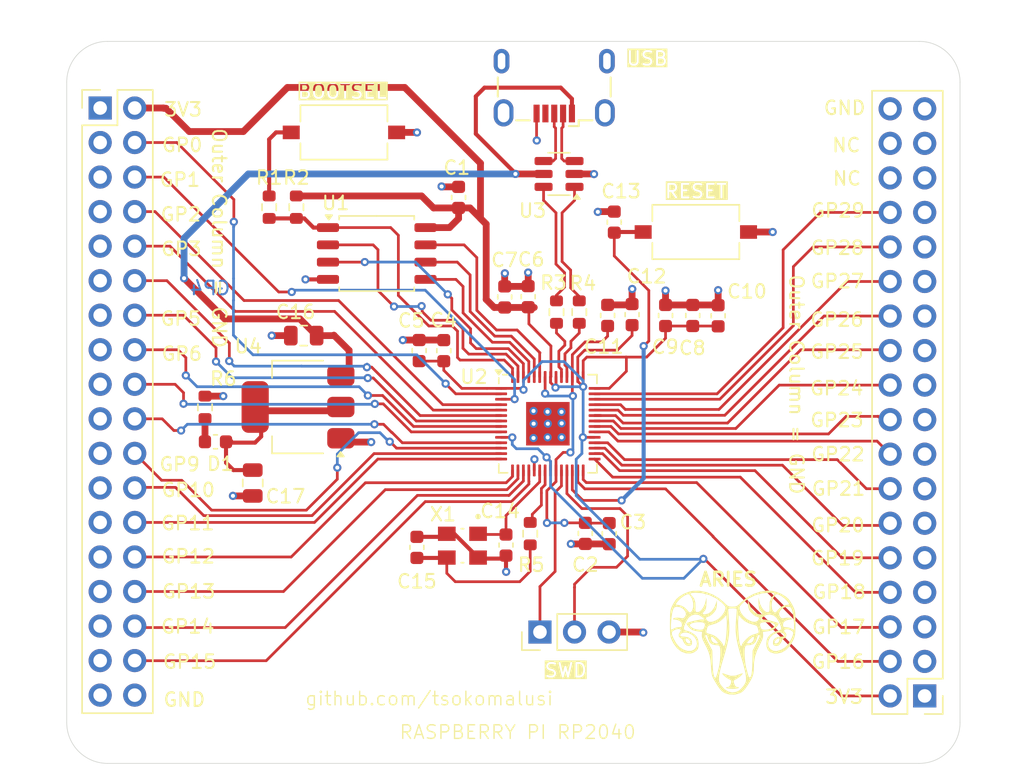
<source format=kicad_pcb>
(kicad_pcb (version 20241229) (generator "pcbnew") (generator_version "9.0")
  (layers (0 "F.Cu" signal) (4 "In1.Cu" power) (6 "In2.Cu" power) (2 "B.Cu" signal) (13 "F.Paste" user) (15 "B.Paste" user) (5 "F.SilkS" user "F.Silkscreen") (7 "B.SilkS" user "B.Silkscreen") (1 "F.Mask" user) (3 "B.Mask" user) (25 "Edge.Cuts" user))
  (net 0 "")
  (net 1 "GND")
  (net 2 "+3V3")
  (net 3 "+1V1")
  (net 4 "Net-(SW2-B)")
  (net 5 "XIN")
  (net 6 "Net-(C15-Pad2)")
  (net 7 "VBUS")
  (net 8 "Net-(D1-A)")
  (net 9 "Net-(D1-K)")
  (net 10 "GPIO8")
  (net 11 "GPIO7")
  (net 12 "GPIO2")
  (net 13 "GPIO6")
  (net 14 "GPIO9")
  (net 15 "GPIO15")
  (net 16 "GPIO5")
  (net 17 "GPIO4")
  (net 18 "GPIO0")
  (net 19 "GPIO12")
  (net 20 "GPIO10")
  (net 21 "GPIO11")
  (net 22 "GPIO14")
  (net 23 "GPIO13")
  (net 24 "GPIO1")
  (net 25 "GPIO3")
  (net 27 "GPIO23")
  (net 28 "GPIO18")
  (net 29 "GPIO28_ADC2")
  (net 30 "GPIO24")
  (net 31 "GPIO17")
  (net 32 "GPIO21")
  (net 33 "GPIO19")
  (net 34 "GPIO22")
  (net 35 "GPIO29_ADC3")
  (net 36 "GPIO16")
  (net 38 "GPIO25")
  (net 39 "GPIO27_ADC1")
  (net 40 "GPIO26_ADC0")
  (net 41 "GPIO20")
  (net 42 "SWD")
  (net 43 "SWCLK")
  (net 45 "USB_CONN_D-")
  (net 46 "USB_CONN_D+")
  (net 47 "Net-(SW1-B)")
  (net 48 "QSPI_SS")
  (net 49 "/USB_D-")
  (net 50 "/U_D+")
  (net 51 "/USB_D+")
  (net 52 "/U_D-")
  (net 53 "XOUT")
  (net 54 "QSPI_SCLK")
  (net 55 "QSPI_SD0")
  (net 56 "QSPI_SD2")
  (net 57 "QSPI_SD1")
  (net 58 "QSPI_SD3")
  (footprint "Capacitor_SMD:C_0603_1608Metric" (layer "F.Cu") (at 159.24 54.06 90)
    (property "Reference" "C9")
    (property "Value" "100n")
  )
  (footprint "Capacitor_SMD:C_0603_1608Metric" (layer "F.Cu") (at 155.1 70.105 -90)
    (property "Reference" "C3")
    (property "Value" "100n")
  )
  (footprint "Connector_PinHeader_2.54mm:PinHeader_2x18_P2.54mm_Vertical" (layer "F.Cu") (at 117.66 38.8)
    (property "Reference" "J1" (hide yes))
    (property "Value" "Conn_02x18_Odd_Even")
  )
  (footprint "Capacitor_SMD:C_0603_1608Metric" (layer "F.Cu") (at 126.14 63.35)
    (property "Reference" "D1")
    (property "Value" "GREEN")
  )
  (footprint "Capacitor_SMD:C_0603_1608Metric" (layer "F.Cu") (at 149.14 52.675 90)
    (property "Reference" "C6")
    (property "Value" "100n")
  )
  (footprint "Connector_PinHeader_2.54mm:PinHeader_1x03_P2.54mm_Vertical" (layer "F.Cu") (at 150.005 77.34 90)
    (property "Reference" "SWD")
    (property "Value" "Conn_01x03")
  )
  (footprint "Crystal:XTAL_ABM8-272-T3" (layer "F.Cu") (at 144.3025 70.99 -90)
    (property "Reference" "X1")
    (property "Value" "12MHz")
  )
  (footprint "Button_Switch_SMD:SW_Tactile_SPST_NO_Straight_CK_PTS636Sx25SMTRLFS" (layer "F.Cu") (at 135.5875 40.595 180)
    (property "Reference" "BOOTSEL")
    (property "Value" "BOOTSEL")
  )
  (footprint "Capacitor_SMD:C_0603_1608Metric" (layer "F.Cu") (at 155.47 47.195 -90)
    (property "Reference" "C13")
    (property "Value" "100n")
  )
  (footprint "Capacitor_SMD:C_0805_2012Metric" (layer "F.Cu") (at 128.88 66.38 -90)
    (property "Reference" "C17")
    (property "Value" "10u")
  )
  (footprint "Resistor_SMD:R_0603_1608Metric" (layer "F.Cu") (at 132.0875 46.095 -90)
    (property "Reference" "R2")
    (property "Value" "DNF")
  )
  (footprint "Resistor_SMD:R_0603_1608Metric" (layer "F.Cu") (at 130.0875 46.095 -90)
    (property "Reference" "R1")
    (property "Value" "1K")
  )
  (footprint "Capacitor_SMD:C_0603_1608Metric" (layer "F.Cu") (at 140.9525 71.115 -90)
    (property "Reference" "C15")
    (property "Value" "10p")
  )
  (footprint "KiCad_Footprint_logos:logo2" (layer "F.Cu") (at 164.510562 78.150752)
    (property "Reference" "G***" (hide yes))
    (property "Value" "LOGO" (hide yes))
  )
  (footprint "Capacitor_SMD:C_0603_1608Metric" (layer "F.Cu") (at 161.24 54.06 90)
    (property "Reference" "C8")
    (property "Value" "100n")
  )
  (footprint "Button_Switch_SMD:SW_Tactile_SPST_NO_Straight_CK_PTS636Sx25SMTRLFS" (layer "F.Cu") (at 161.47 47.92 180)
    (property "Reference" "RESET")
    (property "Value" "RESET")
  )
  (footprint "Resistor_SMD:R_0603_1608Metric" (layer "F.Cu") (at 125.37 60.815 90)
    (property "Reference" "R6")
    (property "Value" "1K5")
  )
  (footprint "MountingHole:MountingHole_2.1mm" (layer "F.Cu") (at 167 37)
    (property "Reference" "H2" (hide yes))
    (property "Value" "MountingHole")
  )
  (footprint "Capacitor_SMD:C_0603_1608Metric" (layer "F.Cu") (at 142.93 56.645 90)
    (property "Reference" "C4")
    (property "Value" "100n")
  )
  (footprint "Capacitor_SMD:C_0603_1608Metric" (layer "F.Cu") (at 153.34 70.085 -90)
    (property "Reference" "C2")
    (property "Value" "100n")
  )
  (footprint "Capacitor_SMD:C_0603_1608Metric" (layer "F.Cu") (at 144.02 45.375 90)
    (property "Reference" "C1")
    (property "Value" "100n")
  )
  (footprint "Connector_PinHeader_2.54mm:PinHeader_2x18_P2.54mm_Vertical" (layer "F.Cu") (at 178.3 82.04 180)
    (property "Reference" "J2" (hide yes))
    (property "Value" "Conn_02x18_Odd_Even")
  )
  (footprint "Package_SO:SOIC-8_5.3x5.3mm_P1.27mm" (layer "F.Cu") (at 138 49.5)
    (property "Reference" "U1")
    (property "Value" "W25Q128JVS")
  )
  (footprint "Capacitor_SMD:C_0603_1608Metric" (layer "F.Cu") (at 141.12 56.64 90)
    (property "Reference" "C5")
    (property "Value" "100n")
  )
  (footprint "Capacitor_SMD:C_0603_1608Metric" (layer "F.Cu") (at 147.5075 70.945 90)
    (property "Reference" "C14")
    (property "Value" "10p")
  )
  (footprint "Package_TO_SOT_SMD:SOT-23-6" (layer "F.Cu") (at 151.4075 43.65 180)
    (property "Reference" "U3")
    (property "Value" "USBLC6-2SC6")
  )
  (footprint "Capacitor_SMD:C_0603_1608Metric" (layer "F.Cu") (at 154.98 54.055 90)
    (property "Reference" "C11")
    (property "Value" "1u")
  )
  (footprint "Capacitor_SMD:C_0805_2012Metric" (layer "F.Cu") (at 132.63 55.54 180)
    (property "Reference" "C16")
    (property "Value" "10u")
  )
  (footprint "MountingHole:MountingHole_2.1mm" (layer "F.Cu") (at 127.6 37)
    (property "Reference" "H1" (hide yes))
    (property "Value" "MountingHole")
  )
  (footprint "MountingHole:MountingHole_2.1mm" (layer "F.Cu") (at 127.6 83.9)
    (property "Reference" "H4" (hide yes))
    (property "Value" "MountingHole")
  )
  (footprint "Capacitor_SMD:C_0603_1608Metric" (layer "F.Cu") (at 163.11 54.08 90)
    (property "Reference" "C10")
    (property "Value" "100n")
  )
  (footprint "Resistor_SMD:R_0603_1608Metric" (layer "F.Cu") (at 152.895 53.81 -90)
    (property "Reference" "R4")
    (property "Value" "27R")
  )
  (footprint "Resistor_SMD:R_0603_1608Metric" (layer "F.Cu") (at 149.2875 70.105 90)
    (property "Reference" "R5")
    (property "Value" "1K")
  )
  (footprint "Capacitor_SMD:C_0603_1608Metric" (layer "F.Cu") (at 147.41 52.695 90)
    (property "Reference" "C7")
    (property "Value" "100n")
  )
  (footprint "Connector_USB:USB_Micro-B_Wuerth_629105150521" (layer "F.Cu") (at 151.055 37.305 180)
    (property "Reference" "USB")
    (property "Value" "USB_B_Micro")
  )
  (footprint "Package_DFN_QFN:QFN-56-1EP_7x7mm_P0.4mm_EP3.2x3.2mm" (layer "F.Cu") (at 150.585 62.02)
    (property "Reference" "U2")
    (property "Value" "RP2040")
  )
  (footprint "Resistor_SMD:R_0603_1608Metric" (layer "F.Cu") (at 151.22 53.81 -90)
    (property "Reference" "R3")
    (property "Value" "27R")
  )
  (footprint "Package_TO_SOT_SMD:SOT-223-3_TabPin2" (layer "F.Cu") (at 132.21 60.79 180)
    (property "Reference" "U4")
    (property "Value" "AMS1117-3.3")
  )
  (footprint "MountingHole:MountingHole_2.1mm" (layer "F.Cu") (at 167 83.9)
    (property "Reference" "H3" (hide yes))
    (property "Value" "MountingHole")
  )
  (footprint "Capacitor_SMD:C_0603_1608Metric" (layer "F.Cu") (at 156.78 53.995 90)
    (property "Reference" "C12")
    (property "Value" "1u")
  )
  (gr_arc (start 118.2 87) (mid 116.07868 86.12132) (end 115.2 84) (stroke (width 0.05)) (layer "Edge.Cuts"))
  (gr_arc (start 177.9 33.9) (mid 180.02132 34.77868) (end 180.9 36.9) (stroke (width 0.05)) (layer "Edge.Cuts"))
  (gr_line (start 180.9 36.9) (end 180.9 84) (stroke (width 0.05)) (layer "Edge.Cuts"))
  (gr_arc (start 115.2 36.9) (mid 116.07868 34.77868) (end 118.2 33.9) (stroke (width 0.05)) (layer "Edge.Cuts"))
  (gr_line (start 118.2 33.9) (end 177.9 33.9) (stroke (width 0.05)) (layer "Edge.Cuts"))
  (gr_line (start 177.9 87) (end 118.2 87) (stroke (width 0.05)) (layer "Edge.Cuts"))
  (gr_line (start 115.2 84) (end 115.2 36.9) (stroke (width 0.05)) (layer "Edge.Cuts"))
  (gr_arc (start 180.9 84) (mid 180.02132 86.12132) (end 177.9 87) (stroke (width 0.05)) (layer "Edge.Cuts"))
  (gr_text "GP4" (at 127.32 52.63 0) (layer "B.Cu") (effects (font (size 1 1)) (justify left bottom mirror)))
  (gr_text "3V3" (at 122.28 39.49 0) (layer "F.SilkS") (effects (font (size 1 1)) (justify left bottom)))
  (gr_text "GP20" (at 169.87 70.07 0) (layer "F.SilkS") (effects (font (size 1 1)) (justify left bottom)))
  (gr_text "3V3" (at 170.9 82.69 0) (layer "F.SilkS") (effects (font (size 1 1)) (justify left bottom)))
  (gr_text "GP23" (at 169.8 62.34 0) (layer "F.SilkS") (effects (font (size 1 1)) (justify left bottom)))
  (gr_text "GP25" (at 169.8 57.31 0) (layer "F.SilkS") (effects (font (size 1 1)) (justify left bottom)))
  (gr_text "GP10" (at 122.09 67.48 0) (layer "F.SilkS") (effects (font (size 1 1)) (justify left bottom)))
  (gr_text "ARIES" (at 161.62 74.05 0) (layer "F.SilkS") (effects (font (size 1 1) (thickness 0.2) (bold yes)) (justify left bottom)))
  (gr_text "GP22" (at 169.87 64.85 0) (layer "F.SilkS") (effects (font (size 1 1)) (justify left bottom)))
  (gr_text "GP1" (at 121.95 44.66 0) (layer "F.SilkS") (effects (font (size 1 1)) (justify left bottom)))
  (gr_text "Outer Column = GND" (at 168.28 50.97 270) (layer "F.SilkS") (effects (font (size 1 1)) (justify left bottom)))
  (gr_text "GP15" (at 122.19 80.11 0) (layer "F.SilkS") (effects (font (size 1 1)) (justify left bottom)))
  (gr_text "GP0" (at 122.12 42.11 0) (layer "F.SilkS") (effects (font (size 1 1)) (justify left bottom)))
  (gr_text "GP29" (at 169.87 46.92 0) (layer "F.SilkS") (effects (font (size 1 1)) (justify left bottom)))
  (gr_text "GP21" (at 169.91 67.38 0) (layer "F.SilkS") (effects (font (size 1 1)) (justify left bottom)))
  (gr_text "GP12" (at 122.09 72.36 0) (layer "F.SilkS") (effects (font (size 1 1)) (justify left bottom)))
  (gr_text "GP24" (at 169.78 60 0) (layer "F.SilkS") (effects (font (size 1 1)) (justify left bottom)))
  (gr_text "GND" (at 122.23 82.9 0) (layer "F.SilkS") (effects (font (size 1 1)) (justify left bottom)))
  (gr_text "GP28" (at 169.83 49.67 0) (layer "F.SilkS") (effects (font (size 1 1)) (justify left bottom)))
  (gr_text "NC" (at 171.41 42.12 0) (layer "F.SilkS") (effects (font (size 1 1)) (justify left bottom)))
  (gr_text "GP17" (at 169.92 77.56 0) (layer "F.SilkS") (effects (font (size 1 1)) (justify left bottom)))
  (gr_text "GP27" (at 169.83 52.12 0) (layer "F.SilkS") (effects (font (size 1 1)) (justify left bottom)))
  (gr_text "GND" (at 170.79 39.38 0) (layer "F.SilkS") (effects (font (size 1 1)) (justify left bottom)))
  (gr_text "GP5" (at 122.02 54.88 0) (layer "F.SilkS") (effects (font (size 1 1)) (justify left bottom)))
  (gr_text "RASPBERRY PI RP2040" (at 139.61 85.29 0) (layer "F.SilkS") (effects (font (size 1 1) (thickness 0.1)) (justify left bottom)))
  (gr_text "github.com/tsokomalusi" (at 132.68 82.82 0) (layer "F.SilkS") (effects (font (size 1 1) (thickness 0.1)) (justify left bottom)))
  (gr_text "GP3" (at 122.05 49.75 0) (layer "F.SilkS") (effects (font (size 1 1)) (justify left bottom)))
  (gr_text "GP14" (at 122.05 77.52 0) (layer "F.SilkS") (effects (font (size 1 1)) (justify left bottom)))
  (gr_text "Outer Column = GND" (at 125.82 40.2 270) (layer "F.SilkS") (effects (font (size 1 1)) (justify left bottom)))
  (gr_text "GP11" (at 122.05 69.92 0) (layer "F.SilkS") (effects (font (size 1 1)) (justify left bottom)))
  (gr_text "GP6" (at 122.09 57.46 0) (layer "F.SilkS") (effects (font (size 1 1)) (justify left bottom)))
  (gr_text "GP26" (at 169.8 54.95 0) (layer "F.SilkS") (effects (font (size 1 1)) (justify left bottom)))
  (gr_text "GP19" (at 169.85 72.5 0) (layer "F.SilkS") (effects (font (size 1 1)) (justify left bottom)))
  (gr_text "GP9" (at 121.93 65.59 0) (layer "F.SilkS") (effects (font (size 1 1)) (justify left bottom)))
  (gr_text "GP18" (at 169.96 74.98 0) (layer "F.SilkS") (effects (font (size 1 1)) (justify left bottom)))
  (gr_text "GP13" (at 122.12 74.94 0) (layer "F.SilkS") (effects (font (size 1 1)) (justify left bottom)))
  (gr_text "GP16" (at 169.89 80.11 0) (layer "F.SilkS") (effects (font (size 1 1)) (justify left bottom)))
  (gr_text "GP2" (at 122.02 47.21 0) (layer "F.SilkS") (effects (font (size 1 1)) (justify left bottom)))
  (gr_text "NC" (at 171.46 44.57 0) (layer "F.SilkS") (effects (font (size 1 1)) (justify left bottom)))
  (segment (start 155.085 77.34) (end 155.085 76.885) (width 0.5) (layer "F.Cu") (net 1))
  (segment (start 149.59 64.74) (end 149.59 64.6425) (width 0.2) (layer "F.Cu") (net 1))
  (segment (start 139.925 55.865) (end 139.92 55.87) (width 0.2) (layer "F.Cu") (net 1))
  (segment (start 127.425 67.325) (end 127.42 67.32) (width 0.5) (layer "F.Cu") (net 1))
  (segment (start 142.925 55.865) (end 142.93 55.87) (width 0.2) (layer "F.Cu") (net 1))
  (segment (start 153.34 70.86) (end 155.08 70.86) (width 0.5) (layer "F.Cu") (net 1))
  (segment (start 131.68 55.54) (end 130.28 55.54) (width 0.5) (layer "F.Cu") (net 1))
  (segment (start 135.8 63.37) (end 137.59 63.37) (width 0.5) (layer "F.Cu") (net 1))
  (segment (start 155.47 46.42) (end 154.28 46.42) (width 0.5) (layer "F.Cu") (net 1))
  (segment (start 145.9275 71.94) (end 147.5525 71.94) (width 0.3) (layer "F.Cu") (net 1))
  (segment (start 159.175 53.22) (end 159.24 53.285) (width 0.2) (layer "F.Cu") (net 1))
  (segment (start 149.755 41.175) (end 149.77 41.19) (width 0.2) (layer "F.Cu") (net 1))
  (segment (start 142.8 44.6) (end 142.77 44.57) (width 0.5) (layer "F.Cu") (net 1))
  (segment (start 149.14 50.905) (end 149.135 50.9) (width 0.5) (layer "F.Cu") (net 1))
  (segment (start 156.78 53.22) (end 156.78 52.12) (width 0.5) (layer "F.Cu") (net 1))
  (segment (start 165.345 47.92) (end 167.12 47.92) (width 0.5) (layer "F.Cu") (net 1))
  (segment (start 147.5075 71.72) (end 147.5075 72.9) (width 0.3) (layer "F.Cu") (net 1))
  (segment (start 147.5075 72.9) (end 147.5175 72.91) (width 0.3) (layer "F.Cu") (net 1))
  (segment (start 159.24 53.285) (end 159.24 52.23) (width 0.5) (layer "F.Cu") (net 1))
  (segment (start 156.78 52.12) (end 156.79 52.11) (width 0.2) (layer "F.Cu") (net 1))
  (segment (start 143.7025 70.115) (end 145.4525 71.865) (width 0.3) (layer "F.Cu") (net 1))
  (segment (start 157.56 77.34) (end 157.6 77.38) (width 0.5) (layer "F.Cu") (net 1))
  (segment (start 163.09 53.285) (end 163.11 53.305) (width 0.2) (layer "F.Cu") (net 1))
  (segment (start 134.4125 51.405) (end 132.76 51.405) (width 0.3) (layer "F.Cu") (net 1))
  (segment (start 163.11 53.305) (end 163.11 52.2) (width 0.5) (layer "F.Cu") (net 1))
  (segment (start 127.43 67.33) (end 127.425 67.325) (width 0.5) (layer "F.Cu") (net 1))
  (segment (start 149.14 51.9) (end 149.14 50.905) (width 0.5) (layer "F.Cu") (net 1))
  (segment (start 141.12 55.865) (end 142.925 55.865) (width 0.5) (layer "F.Cu") (net 1))
  (segment (start 140.955 40.595) (end 140.96 40.6) (width 0.5) (layer "F.Cu") (net 1))
  (segment (start 128.88 67.33) (end 127.43 67.33) (width 0.5) (layer "F.Cu") (net 1))
  (segment (start 125.37 59.99) (end 126.71 59.99) (width 0.5) (layer "F.Cu") (net 1))
  (segment (start 147.2825 71.945) (end 147.5075 71.72) (width 0.3) (layer "F.Cu") (net 1))
  (segment (start 155.085 76.885) (end 155.47 77.27) (width 0.5) (layer "F.Cu") (net 1))
  (segment (start 147.41 50.975) (end 147.425 50.96) (width 0.5) (layer "F.Cu") (net 1))
  (segment (start 149.12 51.92) (end 149.14 51.9) (width 0.5) (layer "F.Cu") (net 1))
  (segment (start 149.59 64.6425) (end 149.597315 64.635185) (width 0.2) (layer "F.Cu") (net 1))
  (segment (start 149.755 39.205) (end 149.755 41.175) (width 0.2) (layer "F.Cu") (net 1))
  (segment (start 155.08 70.86) (end 155.1 70.88) (width 0.5) (layer "F.Cu") (net 1))
  (segment (start 153.34 70.86) (end 152.28 70.86) (width 0.5) (layer "F.Cu") (net 1))
  (segment (start 139.4625 40.595) (end 140.955 40.595) (width 0.5) (layer "F.Cu") (net 1))
  (segment (start 142.9275 70.34) (end 143.1525 70.115) (width 0.3) (layer "F.Cu") (net 1))
  (segment (start 147.41 51.92) (end 149.12 51.92) (width 0.5) (layer "F.Cu") (net 1))
  (segment (start 132.735 51.405) (end 132.72 51.42) (width 0.3) (layer "F.Cu") (net 1))
  (segment (start 163.11 52.2) (end 163.11 52.16) (width 0.2) (layer "F.Cu") (net 1))
  (segment (start 147.41 51.92) (end 147.41 50.975) (width 0.5) (layer "F.Cu") (net 1))
  (segment (start 132.76 51.405) (end 132.735 51.405) (width 0.3) (layer "F.Cu") (net 1))
  (segment (start 153.97 43.65) (end 153.98 43.66) (width 0.3) (layer "F.Cu") (net 1))
  (segment (start 159.24 53.285) (end 163.09 53.285) (width 0.5) (layer "F.Cu") (net 1))
  (segment (start 149.585 65.4575) (end 149.585 64.745) (width 0.2) (layer "F.Cu") (net 1))
  (segment (start 155.085 77.34) (end 157.56 77.34) (width 0.5) (layer "F.Cu") (net 1))
  (segment (start 156.72 53.28) (end 156.78 53.22) (width 0.2) (layer "F.Cu") (net 1))
  (segment (start 149.585 64.745) (end 149.59 64.74) (width 0.2) (layer "F.Cu") (net 1))
  (segment (start 152.675 43.65) (end 153.97 43.65) (width 0.5) (layer "F.Cu") (net 1))
  (segment (start 159.24 52.23) (end 159.23 52.22) (width 0.2) (layer "F.Cu") (net 1))
  (segment (start 144.02 44.6) (end 142.8 44.6) (width 0.5) (layer "F.Cu") (net 1))
  (segment (start 140.9525 70.34) (end 142.9275 70.34) (width 0.3) (layer "F.Cu") (net 1))
  (segment (start 143.1525 70.115) (end 143.7025 70.115) (width 0.3) (layer "F.Cu") (net 1))
  (segment (start 154.98 53.28) (end 156.72 53.28) (width 0.5) (layer "F.Cu") (net 1))
  (segment (start 154.28 46.42) (end 154.26 46.44) (width 0.5) (layer "F.Cu") (net 1))
  (segment (start 141.12 55.865) (end 139.925 55.865) (width 0.5) (layer "F.Cu") (net 1))
  (via (at 149.53 61.08) (size 0.6) (drill 0.3) (layers "F.Cu" "B.Cu") (net 1))
  (via (at 127.425 67.325) (size 0.6) (drill 0.3) (layers "F.Cu" "B.Cu") (net 1))
  (via (at 149.54 62.02) (size 0.6) (drill 0.3) (layers "F.Cu" "B.Cu") (net 1))
  (via (at 132.76 51.405) (size 0.6) (drill 0.3) (layers "F.Cu" "B.Cu") (net 1))
  (via (at 137.59 63.37) (size 0.6) (drill 0.3) (layers "F.Cu" "B.Cu") (net 1))
  (via (at 159.24 52.23) (size 0.6) (drill 0.3) (layers "F.Cu" "B.Cu") (net 1))
  (via (at 156.79 52.11) (size 0.6) (drill 0.3) (layers "F.Cu" "B.Cu") (net 1))
  (via (at 163.11 52.2) (size 0.6) (drill 0.3) (layers "F.Cu" "B.Cu") (net 1))
  (via (at 150.585 62.02) (size 0.6) (drill 0.3) (layers "F.Cu" "B.Cu") (net 1))
  (via (at 151.6 61.99) (size 0.6) (drill 0.3) (layers "F.Cu" "B.Cu") (net 1))
  (via (at 149.597315 64.635185) (size 0.6) (drill 0.3) (layers "F.Cu" "B.Cu") (net 1))
  (via (at 150.57 63.02) (size 0.6) (drill 0.3) (layers "F.Cu" "B.Cu") (net 1))
  (via (at 142.77 44.57) (size 0.6) (drill 0.3) (layers "F.Cu" "B.Cu") (net 1))
  (via (at 154.26 46.44) (size 0.6) (drill 0.3) (layers "F.Cu" "B.Cu") (net 1))
  (via (at 140.96 40.6) (size 0.6) (drill 0.3) (layers "F.Cu" "B.Cu") (net 1))
  (via (at 151.59 61.15) (size 0.6) (drill 0.3) (layers "F.Cu" "B.Cu") (net 1))
  (via (at 153.98 43.66) (size 0.6) (drill 0.3) (layers "F.Cu" "B.Cu") (net 1))
  (via (at 152.28 70.86) (size 0.6) (drill 0.3) (layers "F.Cu" "B.Cu") (net 1))
  (via (at 130.28 55.54) (size 0.6) (drill 0.3) (layers "F.Cu" "B.Cu") (net 1))
  (via (at 149.135 50.9) (size 0.6) (drill 0.3) (layers "F.Cu" "B.Cu") (net 1))
  (via (at 167.12 47.92) (size 0.6) (drill 0.3) (layers "F.Cu" "B.Cu") (net 1))
  (via (at 157.6 77.38) (size 0.6) (drill 0.3) (layers "F.Cu" "B.Cu") (net 1))
  (via (at 139.92 55.87) (size 0.6) (drill 0.3) (layers "F.Cu" "B.Cu") (net 1))
  (via (at 147.425 50.96) (size 0.6) (drill 0.3) (layers "F.Cu" "B.Cu") (net 1))
  (via (at 150.56 61.14) (size 0.6) (drill 0.3) (layers "F.Cu" "B.Cu") (net 1))
  (via (at 151.6 63.02) (size 0.6) (drill 0.3) (layers "F.Cu" "B.Cu") (net 1))
  (via (at 149.77 41.19) (size 0.6) (drill 0.3) (layers "F.Cu" "B.Cu") (net 1))
  (via (at 126.71 59.99) (size 0.6) (drill 0.3) (layers "F.Cu" "B.Cu") (net 1))
  (via (at 149.53 63.07) (size 0.6) (drill 0.3) (layers "F.Cu" "B.Cu") (net 1))
  (via (at 147.5175 72.91) (size 0.6) (drill 0.3) (layers "F.Cu" "B.Cu") (net 1))
  (segment (start 153.185 58.5825) (end 153.185 59.295) (width 0.2) (layer "F.Cu") (net 2))
  (segment (start 131.43 37.29) (end 140.06 37.29) (width 0.5) (layer "F.Cu") (net 2))
  (segment (start 153.29 56.61) (end 155.7 56.61) (width 0.2) (layer "F.Cu") (net 2))
  (segment (start 144.26 59.42) (end 146.11 59.42) (width 0.2) (layer "F.Cu") (net 2))
  (segment (start 159.24 55.73) (end 159.24 54.835) (width 0.2) (layer "F.Cu") (net 2))
  (segment (start 152.785 58.5825) (end 152.785 58.905) (width 0.2) (layer "F.Cu") (net 2))
  (segment (start 147.1475 63.02) (end 147.89 63.02) (width 0.2) (layer "F.Cu") (net 2))
  (segment (start 152.785 58.905) (end 153.18 59.3) (width 0.2) (layer "F.Cu") (net 2))
  (segment (start 120.2 38.8) (end 122.31 38.8) (width 0.5) (layer "F.Cu") (net 2))
  (segment (start 146.05 47.34) (end 146.05 52.88) (width 0.5) (layer "F.Cu") (net 2))
  (segment (start 155.1 59.42) (end 156.36 58.16) (width 0.2) (layer "F.Cu") (net 2))
  (segment (start 150.81 56.3) (end 149.19 54.68) (width 0.2) (layer "F.Cu") (net 2))
  (segment (start 142.18 46.15) (end 144.02 46.15) (width 0.5) (layer "F.Cu") (net 2))
  (segment (start 151.149509 59.360491) (end 151.14629 59.360491) (width 0.2) (layer "F.Cu") (net 2))
  (segment (start 149.585 53.47) (end 148.91 53.47) (width 0.5) (layer "F.Cu") (net 2))
  (segment (start 148.794923 59.52) (end 148.693923 59.419) (width 0.2) (layer "F.Cu") (net 2))
  (segment (start 150.785 65.4575) (end 150.785 64.785) (width 0.2) (layer "F.Cu") (net 2))
  (segment (start 150.785 64.785) (end 150.49 64.49) (width 0.2) (layer "F.Cu") (net 2))
  (segment (start 156.78 55.53) (end 156.78 54.77) (width 0.2) (layer "F.Cu") (net 2))
  (segment (start 142.93 58.09) (end 144.26 59.42) (width 0.2) (layer "F.Cu") (net 2))
  (segment (start 122.33 38.82) (end 122.5 38.82) (width 0.5) (layer "F.Cu") (net 2))
  (segment (start 156.36 57.14) (end 156.34 57.12) (width 0.2) (layer "F.Cu") (net 2))
  (segment (start 140.06 37.29) (end 145.63 42.86) (width 0.5) (layer "F.Cu") (net 2))
  (segment (start 153.185 57.385) (end 153.45 57.12) (width 0.2) (layer "F.Cu") (net 2))
  (segment (start 151.185 59.325) (end 151.149509 59.360491) (width 0.2) (layer "F.Cu") (net 2))
  (segment (start 122.5 38.82) (end 124.21 40.53) (width 0.5) (layer "F.Cu") (net 2))
  (segment (start 145.63 46.92) (end 146.05 47.34) (width 0.5) (layer "F.Cu") (net 2))
  (segment (start 148.693923 59.419) (end 147.1475 59.419) (width 0.2) (layer "F.Cu") (net 2))
  (segment (start 124.21 40.53) (end 128.19 40.53) (width 0.5) (layer "F.Cu") (net 2))
  (segment (start 143.355 47.595) (end 141.5875 47.595) (width 0.5) (layer "F.Cu") (net 2))
  (segment (start 146.11 59.42) (end 147.1475 59.42) (width 0.2) (layer "F.Cu") (net 2))
  (segment (start 141.12 57.415) (end 142.925 57.415) (width 0.2) (layer "F.Cu") (net 2))
  (segment (start 144.86 46.15) (end 146.05 47.34) (width 0.5) (layer "F.Cu") (net 2))
  (segment (start 162.1 71.96) (end 162.02 71.96) (width 0.2) (layer "F.Cu") (net 2))
  (segment (start 153.45 57.12) (end 156.34 57.12) (width 0.2) (layer "F.Cu") (net 2))
  (segment (start 152.785 58.5825) (end 152.785 57.115) (width 0.2) (layer "F.Cu") (net 2))
  (segment (start 156.36 58.16) (end 156.36 57.14) (width 0.2) (layer "F.Cu") (net 2))
  (segment (start 150.785 58.5825) (end 150.785 58.999201) (width 0.2) (layer "F.Cu") (net 2))
  (segment (start 162.16 72.02) (end 162.1 71.96) (width 0.2) (layer "F.Cu") (net 2))
  (segment (start 156.34 57.12) (end 157.85 57.12) (width 0.2) (layer "F.Cu") (net 2))
  (segment (start 144.02 46.93) (end 143.355 47.595) (width 0.5) (layer "F.Cu") (net 2))
  (segment (start 154.0225 63.02) (end 153.16 63.02) (width 0.2) (layer "F.Cu") (net 2))
  (segment (start 163.09 54.835) (end 163.11 54.855) (width 0.2) (layer "F.Cu") (net 2))
  (segment (start 175.76 82.04) (end 172.18 82.04) (width 0.2) (layer "F.Cu") (net 2))
  (segment (start 144.02 46.15) (end 144.86 46.15) (width 0.5) (layer "F.Cu") (net 2))
  (segment (start 147.41 53.47) (end 148.91 53.47) (width 0.5) (layer "F.Cu") (net 2))
  (segment (start 159.24 54.835) (end 159.285 54.835) (width 0.2) (layer "F.Cu") (net 2))
  (segment (start 159.285 54.835) (end 159.305 54.855) (width 0.2) (layer "F.Cu") (net 2))
  (segment (start 150.785 58.999201) (end 151.14629 59.360491) (width 0.2) (layer "F.Cu") (net 2))
  (segment (start 141.3 45.27) (end 142.18 46.15) (width 0.5) (layer "F.Cu") (net 2))
  (segment (start 157.85 57.12) (end 159.24 55.73) (width 0.2) (layer "F.Cu") (net 2))
  (segment (start 153.185 59.295) (end 153.18 59.3) (width 0.2) (layer "F.Cu") (net 2))
  (segment (start 150.785 58.5825) (end 150.81 58.5575) (width 0.2) (layer "F.Cu") (net 2))
  (segment (start 146.64 53.47) (end 147.41 53.47) (width 0.5) (layer "F.Cu") (net 2))
  (segment (start 154.0225 59.42) (end 155.1 59.42) (width 0.2) (layer "F.Cu") (net 2))
  (segment (start 159.24 54.835) (end 163.09 54.835) (width 0.2) (layer "F.Cu") (net 2))
  (segment (start 142.925 57.415) (end 142.93 57.42) (width 0.2) (layer "F.Cu") (net 2))
  (segment (start 147.9 63.01) (end 147.919497 63.029497) (width 0.2) (layer "F.Cu") (net 2))
  (segment (start 142.93 57.42) (end 142.93 58.09) (width 0.2) (layer "F.Cu") (net 2))
  (segment (start 128.19 40.53) (end 131.43 37.29) (width 0.5) (layer "F.Cu") (net 2))
  (segment (start 145.63 42.86) (end 145.63 46.92) (width 0.5) (layer "F.Cu") (net 2))
  (segment (start 152.785 57.115) (end 153.29 56.61) (width 0.2) (layer "F.Cu") (net 2))
  (segment (start 144.02 46.15) (end 144.02 46.93) (width 0.5) (layer "F.Cu") (net 2))
  (segment (start 172.18 82.04) (end 162.16 72.02) (width 0.2) (layer "F.Cu") (net 2))
  (segment (start 149.19 54.68) (end 149.19 53.775) (width 0.2) (layer "F.Cu") (net 2))
  (segment (start 151.185 58.5825) (end 151.185 59.325) (width 0.2) (layer "F.Cu") (net 2))
  (segment (start 153.185 58.5825) (end 153.185 57.385) (width 0.2) (layer "F.Cu") (net 2))
  (segment (start 132.0875 45.27) (end 141.3 45.27) (width 0.5) (layer "F.Cu") (net 2))
  (segment (start 149.19 53.775) (end 148.885 53.47) (width 0.2) (layer "F.Cu") (net 2))
  (segment (start 147.89 63.02) (end 147.9 63.01) (width 0.2) (layer "F.Cu") (net 2))
  (segment (start 122.31 38.8) (end 122.33 38.82) (width 0.5) (layer "F.Cu") (net 2))
  (segment (start 146.05 52.88) (end 146.64 53.47) (width 0.5) (layer "F.Cu") (net 2))
  (segment (start 147.919497 63.029497) (end 147.967668 63.029497) (width 0.2) (layer "F.Cu") (net 2))
  (segment (start 155.7 56.61) (end 156.78 55.53) (width 0.2) (layer "F.Cu") (net 2))
  (segment (start 150.81 58.5575) (end 150.81 56.3) (width 0.2) (layer "F.Cu") (net 2))
  (via (at 162.02 71.96) (size 0.6) (drill 0.3) (layers "F.Cu" "B.Cu") (net 2))
  (via (at 151.14629 59.360491) (size 0.6) (drill 0.3) (layers "F.Cu" "B.Cu") (net 2))
  (via (at 150.49 64.49) (size 0.6) (drill 0.3) (layers "F.Cu" "B.Cu") (net 2))
  (via (at 153.18 59.3) (size 0.6) (drill 0.3) (layers "F.Cu" "B.Cu") (net 2))
  (via (at 147.967668 63.029497) (size 0.6) (drill 0.3) (layers "F.Cu" "B.Cu") (net 2))
  (via (at 148.794923 59.52) (size 0.6) (drill 0.3) (layers "F.Cu" "B.Cu") (net 2))
  (via (at 153.16 63.02) (size 0.6) (drill 0.3) (layers "F.Cu" "B.Cu") (net 2))
  (segment (start 153.18 58.85) (end 153.18 59.3) (width 0.2) (layer "B.Cu") (net 2))
  (segment (start 148.764923 59.49) (end 148.794923 59.52) (width 0.2) (layer "B.Cu") (net 2))
  (segment (start 153.09 63.09) (end 153.09 64.21) (width 0.2) (layer "B.Cu") (net 2))
  (segment (start 150.49 64.49) (end 149.86 63.86) (width 0.2) (layer "B.Cu") (net 2))
  (segment (start 151.78 57.45) (end 153.18 58.85) (width 0.2) (layer "B.Cu") (net 2))
  (segment (start 153.18 63) (end 153.16 63.02) (width 0.2) (layer "B.Cu") (net 2))
  (segment (start 161.99 71.99) (end 162.02 71.96) (width 0.2) (layer "B.Cu") (net 2))
  (segment (start 150.785 64.785) (end 150.785 66.635) (width 0.2) (layer "B.Cu") (net 2))
  (segment (start 153.09 64.21) (end 152.67 64.63) (width 0.2) (layer "B.Cu") (net 2))
  (segment (start 160.59 73.39) (end 162.02 71.96) (width 0.2) (layer "B.Cu") (net 2))
  (segment (start 151.206781 59.3) (end 151.14629 59.360491) (width 0.2) (layer "B.Cu") (net 2))
  (segment (start 153.18 59.3) (end 153.18 63) (width 0.2) (layer "B.Cu") (net 2))
  (segment (start 148.794923 59.52) (end 148.794923 58.815077) (width 0.2) (layer "B.Cu") (net 2))
  (segment (start 148.75 59.49) (end 148.764923 59.49) (width 0.2) (layer "B.Cu") (net 2))
  (segment (start 153.18 59.3) (end 151.206781 59.3) (width 0.2) (layer "B.Cu") (net 2))
  (segment (start 150.16 57.45) (end 151.78 57.45) (width 0.2) (layer "B.Cu") (net 2))
  (segment (start 157.54 73.39) (end 160.59 73.39) (width 0.2) (layer "B.Cu") (net 2))
  (segment (start 152.67 67.31) (end 157.35 71.99) (width 0.2) (layer "B.Cu") (net 2))
  (segment (start 152.67 64.63) (end 152.67 67.31) (width 0.2) (layer "B.Cu") (net 2))
  (segment (start 150.785 66.635) (end 157.54 73.39) (width 0.2) (layer "B.Cu") (net 2))
  (segment (start 149.86 63.86) (end 148.27 63.86) (width 0.2) (layer "B.Cu") (net 2))
  (segment (start 148.27 63.86) (end 147.967668 63.557668) (width 0.2) (layer "B.Cu") (net 2))
  (segment (start 153.16 63.02) (end 153.09 63.09) (width 0.2) (layer "B.Cu") (net 2))
  (segment (start 147.967668 63.557668) (end 147.967668 63.029497) (width 0.2) (layer "B.Cu") (net 2))
  (segment (start 150.49 64.49) (end 150.785 64.785) (width 0.2) (layer "B.Cu") (net 2))
  (segment (start 157.35 71.99) (end 161.99 71.99) (width 0.2) (layer "B.Cu") (net 2))
  (segment (start 148.794923 58.815077) (end 150.16 57.45) (width 0.2) (layer "B.Cu") (net 2))
  (segment (start 153.36 69.33) (end 153.34 69.31) (width 0.2) (layer "F.Cu") (net 3))
  (segment (start 152.385 58.5825) (end 152.385 56.945) (width 0.2) (layer "F.Cu") (net 3))
  (segment (start 151.185 64.655) (end 151.71 64.13) (width 0.2) (layer "F.Cu") (net 3))
  (segment (start 151.185 66.275) (end 151.185 65.4575) (width 0.2) (layer "F.Cu") (net 3))
  (segment (start 150.385 59.805) (end 150.385 58.5825) (width 0.2) (layer "F.Cu") (net 3))
  (segment (start 150.52 69.32) (end 150.52 69.01) (width 0.2) (layer "F.Cu") (net 3))
  (segment (start 153.33 56) (end 154.56 56) (width 0.2) (layer "F.Cu") (net 3))
  (segment (start 155.1 69.33) (end 153.36 69.33) (width 0.2) (layer "F.Cu") (net 3))
  (segment (start 152.426391 59.906391) (end 152.385 59.865) (width 0.2) (layer "F.Cu") (net 3))
  (segment (start 152.426391 59.982128) (end 152.426391 59.836391) (width 0.2) (layer "F.Cu") (net 3))
  (segment (start 152.385 59.795) (end 152.385 58.5825) (width 0.2) (layer "F.Cu") (net 3))
  (segment (start 150.51 66.95) (end 151.185 66.275) (width 0.2) (layer "F.Cu") (net 3))
  (segment (start 154.98 55.58) (end 154.98 54.83) (width 0.2) (layer "F.Cu") (net 3))
  (segment (start 153.34 69.31) (end 151.8 69.31) (width 0.2) (layer "F.Cu") (net 3))
  (segment (start 151.185 65.4575) (end 151.185 64.655) (width 0.2) (layer "F.Cu") (net 3))
  (segment (start 152.426391 59.982128) (end 152.426391 59.906391) (width 0.2) (layer "F.Cu") (net 3))
  (segment (start 150.51 69) (end 150.51 66.95) (width 0.2) (layer "F.Cu") (net 3))
  (segment (start 154.56 56) (end 154.98 55.58) (width 0.2) (layer "F.Cu") (net 3))
  (segment (start 151.71 64.13) (end 152.24 64.13) (width 0.2) (layer "F.Cu") (net 3))
  (segment (start 152.385 56.945) (end 153.33 56) (width 0.2) (layer "F.Cu") (net 3))
  (segment (start 152.426391 59.836391) (end 152.385 59.795) (width 0.2) (layer "F.Cu") (net 3))
  (segment (start 150.52 69.01) (end 150.51 69) (width 0.2) (layer "F.Cu") (net 3))
  (via (at 150.52 69.32) (size 0.6) (drill 0.3) (layers "F.Cu" "B.Cu") (net 3))
  (via (at 152.24 64.13) (size 0.6) (drill 0.3) (layers "F.Cu" "B.Cu") (net 3))
  (via (at 150.385 59.805) (size 0.6) (drill 0.3) (layers "F.Cu" "B.Cu") (net 3))
  (via (at 152.426391 59.982128) (size 0.6) (drill 0.3) (layers "F.Cu" "B.Cu") (net 3))
  (via (at 151.8 69.31) (size 0.6) (drill 0.3) (layers "F.Cu" "B.Cu") (net 3))
  (segment (start 150.53 69.31) (end 150.52 69.32) (width 0.2) (layer "B.Cu") (net 3))
  (segment (start 152.426391 63.943609) (end 152.24 64.13) (width 0.2) (layer "B.Cu") (net 3))
  (segment (start 152.249146 59.982128) (end 152.426391 59.982128) (width 0.2) (layer "B.Cu") (net 3))
  (segment (start 152.228509 59.961491) (end 152.249146 59.982128) (width 0.2) (layer "B.Cu") (net 3))
  (segment (start 152.426391 59.982128) (end 152.426391 63.943609) (width 0.2) (layer "B.Cu") (net 3))
  (segment (start 152.426391 59.982128) (end 152.54 60.095737) (width 0.2) (layer "B.Cu") (net 3))
  (segment (start 150.385 59.805) (end 150.562128 59.982128) (width 0.2) (layer "B.Cu") (net 3))
  (segment (start 150.562128 59.982128) (end 152.426391 59.982128) (width 0.2) (layer "B.Cu") (net 3))
  (segment (start 151.8 69.31) (end 150.53 69.31) (width 0.2) (layer "B.Cu") (net 3))
  (segment (start 157.63 56.31) (end 157.64 56.31) (width 0.3) (layer "F.Cu") (net 4))
  (segment (start 158.01 52.22) (end 158.01 55.94) (width 0.2) (layer "F.Cu") (net 4))
  (segment (start 157.595 47.92) (end 155.52 47.92) (width 0.3) (layer "F.Cu") (net 4))
  (segment (start 158.01 55.94) (end 157.64 56.31) (width 0.2) (layer "F.Cu") (net 4))
  (segment (start 153.14 67.64) (end 153.16 67.66) (width 0.2) (layer "F.Cu") (net 4))
  (segment (start 152.385 66.885) (end 153.14 67.64) (width 0.2) (layer "F.Cu") (net 4))
  (segment (start 157.6 56.31) (end 157.63 56.31) (width 0.3) (layer "F.Cu") (net 4))
  (segment (start 153.16 67.66) (end 156.01 67.66) (width 0.2) (layer "F.Cu") (net 4))
  (segment (start 155.52 47.92) (end 155.47 47.97) (width 0.3) (layer "F.Cu") (net 4))
  (segment (start 152.385 65.4575) (end 152.385 66.885) (width 0.2) (layer "F.Cu") (net 4))
  (segment (start 155.47 49.68) (end 158.01 52.22) (width 0.2) (layer "F.Cu") (net 4))
  (segment (start 155.47 47.97) (end 155.47 49.68) (width 0.2) (layer "F.Cu") (net 4))
  (via (at 157.63 56.31) (size 0.6) (drill 0.3) (layers "F.Cu" "B.Cu") (net 4))
  (via (at 156.01 67.66) (size 0.6) (drill 0.3) (layers "F.Cu" "B.Cu") (net 4))
  (segment (start 157.63 56.31) (end 157.63 66.04) (width 0.3) (layer "B.Cu") (net 4))
  (segment (start 157.63 66.04) (end 156.01 67.66) (width 0.3) (layer "B.Cu") (net 4))
  (segment (start 145.4775 70.09) (end 145.4525 70.115) (width 0.2) (layer "F.Cu") (net 5))
  (segment (start 147.5075 70.17) (end 147.5075 68.7725) (width 0.2) (layer "F.Cu") (net 5))
  (segment (start 147.5075 68.7725) (end 149.985 66.295) (width 0.2) (layer "F.Cu") (net 5))
  (segment (start 149.985 66.295) (end 149.985 65.4575) (width 0.2) (layer "F.Cu") (net 5))
  (segment (start 147.7775 70.165) (end 145.9525 70.165) (width 0.2) (layer "F.Cu") (net 5))
  (segment (start 148.5175 73.64) (end 143.7775 73.64) (width 0.2) (layer "F.Cu") (net 6))
  (segment (start 143.1525 73.015) (end 143.1525 71.865) (width 0.2) (layer "F.Cu") (net 6))
  (segment (start 149.2875 70.93) (end 149.2875 72.87) (width 0.2) (layer "F.Cu") (net 6))
  (segment (start 143.1275 71.89) (end 143.1525 71.865) (width 0.3) (layer "F.Cu") (net 6))
  (segment (start 149.2875 72.87) (end 148.5175 73.64) (width 0.2) (layer "F.Cu") (net 6))
  (segment (start 143.7775 73.64) (end 143.1525 73.015) (width 0.2) (layer "F.Cu") (net 6))
  (segment (start 140.9525 71.89) (end 143.1275 71.89) (width 0.3) (layer "F.Cu") (net 6))
  (segment (start 135.97 56.63) (end 135.97 57.88) (width 0.5) (layer "F.Cu") (net 7))
  (segment (start 148.12 43.53) (end 145.29 40.7) (width 0.3) (layer "F.Cu") (net 7))
  (segment (start 132.351 54.311) (end 126.821 54.311) (width 0.5) (layer "F.Cu") (net 7))
  (segment (start 145.926 37.304) (end 151.534 37.304) (width 0.3) (layer "F.Cu") (net 7))
  (segment (start 134.82 55.54) (end 134.85 55.51) (width 0.5) (layer "F.Cu") (net 7))
  (segment (start 148.2 43.65) (end 148.32 43.53) (width 0.3) (layer "F.Cu") (net 7))
  (segment (start 145.29 40.7) (end 145.29 37.94) (width 0.3) (layer "F.Cu") (net 7))
  (segment (start 133.58 55.54) (end 132.351 54.311) (width 0.5) (layer "F.Cu") (net 7))
  (segment (start 134.85 55.51) (end 135.97 56.63) (width 0.5) (layer "F.Cu") (net 7))
  (segment (start 148.2 43.65) (end 150.27 43.65) (width 0.5) (layer "F.Cu") (net 7))
  (segment (start 145.29 37.94) (end 145.926 37.304) (width 0.3) (layer "F.Cu") (net 7))
  (segment (start 151.534 37.304) (end 152.355 38.125) (width 0.3) (layer "F.Cu") (net 7))
  (segment (start 126.821 54.311) (end 123.83 51.32) (width 0.5) (layer "F.Cu") (net 7))
  (segment (start 148.32 43.53) (end 148.12 43.53) (width 0.3) (layer "F.Cu") (net 7))
  (segment (start 152.355 38.125) (end 152.355 39.205) (width 0.3) (layer "F.Cu") (net 7))
  (segment (start 135.97 57.88) (end 135.36 58.49) (width 0.5) (layer "F.Cu") (net 7))
  (segment (start 133.58 55.54) (end 134.82 55.54) (width 0.5) (layer "F.Cu") (net 7))
  (via (at 123.83 51.32) (size 0.6) (drill 0.3) (layers "F.Cu" "B.Cu") (net 7))
  (via (at 148.2 43.65) (size 0.6) (drill 0.3) (layers "F.Cu" "B.Cu") (net 7))
  (segment (start 128.56 43.65) (end 123.83 48.38) (width 0.5) (layer "B.Cu") (net 7))
  (segment (start 148.2 43.65) (end 128.56 43.65) (width 0.5) (layer "B.Cu") (net 7))
  (segment (start 123.83 48.38) (end 123.83 51.32) (width 0.5) (layer "B.Cu") (net 7))
  (segment (start 127.46 65.43) (end 128.88 65.43) (width 0.3) (layer "F.Cu") (net 8))
  (segment (start 127.225 63.51) (end 127.225 63.41) (width 0.3) (layer "F.Cu") (net 8))
  (segment (start 129.5 61.07) (end 129.5 62.96) (width 0.3) (layer "F.Cu") (net 8))
  (segment (start 126.915 63.35) (end 126.915 64.885) (width 0.3) (layer "F.Cu") (net 8))
  (segment (start 126.915 64.885) (end 127.46 65.43) (width 0.3) (layer "F.Cu") (net 8))
  (segment (start 129.5 62.96) (end 129.05 63.41) (width 0.3) (layer "F.Cu") (net 8))
  (segment (start 129.05 63.41) (end 127.285 63.41) (width 0.3) (layer "F.Cu") (net 8))
  (segment (start 127.285 63.41) (end 127.285 63.285) (width 0.3) (layer "F.Cu") (net 8))
  (segment (start 135.8 61.07) (end 129.5 61.07) (width 0.5) (layer "F.Cu") (net 8))
  (segment (start 125.37 61.64) (end 125.37 63.345) (width 0.5) (layer "F.Cu") (net 9))
  (segment (start 125.37 63.345) (end 125.365 63.35) (width 0.5) (layer "F.Cu") (net 9))
  (segment (start 122.67 62.11) (end 123.08 62.52) (width 0.2) (layer "F.Cu") (net 10))
  (segment (start 120.2 61.66) (end 122.22 61.66) (width 0.2) (layer "F.Cu") (net 10))
  (segment (start 123.08 62.52) (end 123.61 62.52) (width 0.2) (layer "F.Cu") (net 10))
  (segment (start 139.12 62.66) (end 139.1 62.66) (width 0.2) (layer "F.Cu") (net 10))
  (segment (start 147.1475 63.42) (end 139.88 63.42) (width 0.2) (layer "F.Cu") (net 10))
  (segment (start 138.5 62.06) (end 137.83 62.06) (width 0.2) (layer "F.Cu") (net 10))
  (segment (start 122.22 61.66) (end 122.67 62.11) (width 0.2) (layer "F.Cu") (net 10))
  (segment (start 139.1 62.66) (end 138.5 62.06) (width 0.2) (layer "F.Cu") (net 10))
  (segment (start 139.88 63.42) (end 139.12 62.66) (width 0.2) (layer "F.Cu") (net 10))
  (via (at 137.83 62.06) (size 0.6) (drill 0.3) (layers "F.Cu" "B.Cu") (net 10))
  (via (at 123.61 62.52) (size 0.6) (drill 0.3) (layers "F.Cu" "B.Cu") (net 10))
  (segment (start 137.83 62.06) (end 124.07 62.06) (width 0.2) (layer "B.Cu") (net 10))
  (segment (start 124.07 62.06) (end 123.61 62.52) (width 0.2) (layer "B.Cu") (net 10))
  (segment (start 140.02 62.1) (end 138.48 60.56) (width 0.2) (layer "F.Cu") (net 11))
  (segment (start 123.17 59.12) (end 123.79 59.74) (width 0.2) (layer "F.Cu") (net 11))
  (segment (start 140.54 62.62) (end 140.02 62.1) (width 0.2) (layer "F.Cu") (net 11))
  (segment (start 138.48 60.56) (end 137.86 60.56) (width 0.2) (layer "F.Cu") (net 11))
  (segment (start 147.1475 62.62) (end 140.54 62.62) (width 0.2) (layer "F.Cu") (net 11))
  (segment (start 123.79 59.74) (end 123.79 60.55) (width 0.2) (layer "F.Cu") (net 11))
  (segment (start 120.2 59.12) (end 123.17 59.12) (width 0.2) (layer "F.Cu") (net 11))
  (via (at 123.79 60.55) (size 0.6) (drill 0.3) (layers "F.Cu" "B.Cu") (net 11))
  (via (at 137.86 60.56) (size 0.6) (drill 0.3) (layers "F.Cu" "B.Cu") (net 11))
  (segment (start 137.829 60.591) (end 123.831 60.591) (width 0.2) (layer "B.Cu") (net 11))
  (segment (start 123.831 60.591) (end 123.79 60.55) (width 0.2) (layer "B.Cu") (net 11))
  (segment (start 137.86 60.56) (end 137.829 60.591) (width 0.2) (layer "B.Cu") (net 11))
  (segment (start 142.86 60.62) (end 135.2 52.96) (width 0.2) (layer "F.Cu") (net 12))
  (segment (start 147.1475 60.62) (end 142.86 60.62) (width 0.2) (layer "F.Cu") (net 12))
  (segment (start 121.7 46.42) (end 120.2 46.42) (width 0.2) (layer "F.Cu") (net 12))
  (segment (start 128.24 52.96) (end 121.7 46.42) (width 0.2) (layer "F.Cu") (net 12))
  (segment (start 135.2 52.96) (end 128.24 52.96) (width 0.2) (layer "F.Cu") (net 12))
  (segment (start 147.1475 62.22) (end 140.7071 62.22) (width 0.2) (layer "F.Cu") (net 13))
  (segment (start 138.430783 59.943683) (end 137.349944 59.943683) (width 0.2) (layer "F.Cu") (net 13))
  (segment (start 120.2 56.58) (end 123.38 56.58) (width 0.2) (layer "F.Cu") (net 13))
  (segment (start 140.7071 62.22) (end 138.430783 59.943683) (width 0.2) (layer "F.Cu") (net 13))
  (segment (start 137.349944 59.943683) (end 137.356261 59.95) (width 0.2) (layer "F.Cu") (net 13))
  (segment (start 123.96 57.16) (end 123.96 58.47) (width 0.2) (layer "F.Cu") (net 13))
  (segment (start 123.38 56.58) (end 123.96 57.16) (width 0.2) (layer "F.Cu") (net 13))
  (via (at 123.96 58.47) (size 0.6) (drill 0.3) (layers "F.Cu" "B.Cu") (net 13))
  (via (at 137.349944 59.943683) (size 0.6) (drill 0.3) (layers "F.Cu" "B.Cu") (net 13))
  (segment (start 137.349944 59.943683) (end 136.706261 59.3) (width 0.2) (layer "B.Cu") (net 13))
  (segment (start 124.79 59.3) (end 123.96 58.47) (width 0.2) (layer "B.Cu") (net 13))
  (segment (start 136.706261 59.3) (end 124.79 59.3) (width 0.2) (layer "B.Cu") (net 13))
  (segment (start 138.955735 63.344265) (end 139.13147 63.52) (width 0.2) (layer "F.Cu") (net 14))
  (segment (start 122.18 66.18) (end 120.2 64.2) (width 0.2) (layer "F.Cu") (net 14))
  (segment (start 139.16 63.52) (end 139.46 63.82) (width 0.2) (layer "F.Cu") (net 14))
  (segment (start 125.859 68.379) (end 123.66 66.18) (width 0.2) (layer "F.Cu") (net 14))
  (segment (start 132.821 68.379) (end 125.859 68.379) (width 0.2) (layer "F.Cu") (net 14))
  (segment (start 123.66 66.18) (end 122.18 66.18) (width 0.2) (layer "F.Cu") (net 14))
  (segment (start 135.1 66.1) (end 132.821 68.379) (width 0.2) (layer "F.Cu") (net 14))
  (segment (start 139.13147 63.52) (end 139.16 63.52) (width 0.2) (layer "F.Cu") (net 14))
  (segment (start 139.46 63.82) (end 147.1475 63.82) (width 0.2) (layer "F.Cu") (net 14))
  (segment (start 135.1 65.25) (end 135.1 66.1) (width 0.2) (layer "F.Cu") (net 14))
  (via (at 135.1 65.25) (size 0.6) (drill 0.3) (layers "F.Cu" "B.Cu") (net 14))
  (via (at 138.955735 63.344265) (size 0.6) (drill 0.3) (layers "F.Cu" "B.Cu") (net 14))
  (segment (start 136.67 62.68) (end 138.24 62.68) (width 0.2) (layer "B.Cu") (net 14))
  (segment (start 138.77147 63.16) (end 138.955735 63.344265) (width 0.2) (layer "B.Cu") (net 14))
  (segment (start 135.1 65.25) (end 135.1 64.25) (width 0.2) (layer "B.Cu") (net 14))
  (segment (start 138.72 63.16) (end 138.77147 63.16) (width 0.2) (layer "B.Cu") (net 14))
  (segment (start 135.1 64.25) (end 136.67 62.68) (width 0.2) (layer "B.Cu") (net 14))
  (segment (start 138.24 62.68) (end 138.72 63.16) (width 0.2) (layer "B.Cu") (net 14))
  (segment (start 149.185 66.265) (end 149.19 66.27) (width 0.2) (layer "F.Cu") (net 15))
  (segment (start 129.87 79.45) (end 120.21 79.45) (width 0.2) (layer "F.Cu") (net 15))
  (segment (start 149.185 65.4575) (end 149.185 66.265) (width 0.2) (layer "F.Cu") (net 15))
  (segment (start 120.21 79.45) (end 120.2 79.44) (width 0.2) (layer "F.Cu") (net 15))
  (segment (start 147.9 67.75) (end 141.57 67.75) (width 0.2) (layer "F.Cu") (net 15))
  (segment (start 149.19 66.27) (end 149.19 66.46) (width 0.2) (layer "F.Cu") (net 15))
  (segment (start 149.19 66.46) (end 147.9 67.75) (width 0.2) (layer "F.Cu") (net 15))
  (segment (start 141.57 67.75) (end 129.87 79.45) (width 0.2) (layer "F.Cu") (net 15))
  (segment (start 126.18 56.44) (end 126.18 57.45) (width 0.2) (layer "F.Cu") (net 16))
  (segment (start 123.78 54.04) (end 126.18 56.44) (width 0.2) (layer "F.Cu") (net 16))
  (segment (start 140.91 61.82) (end 137.75 58.66) (width 0.2) (layer "F.Cu") (net 16))
  (segment (start 137.75 58.66) (end 137.34 58.66) (width 0.2) (layer "F.Cu") (net 16))
  (segment (start 120.2 54.04) (end 123.78 54.04) (width 0.2) (layer "F.Cu") (net 16))
  (segment (start 140.91 61.82) (end 147.1475 61.82) (width 0.2) (layer "F.Cu") (net 16))
  (via (at 137.34 58.66) (size 0.6) (drill 0.3) (layers "F.Cu" "B.Cu") (net 16))
  (via (at 126.18 57.45) (size 0.6) (drill 0.3) (layers "F.Cu" "B.Cu") (net 16))
  (segment (start 127.37 58.64) (end 126.18 57.45) (width 0.2) (layer "B.Cu") (net 16))
  (segment (start 137.32 58.64) (end 127.37 58.64) (width 0.2) (layer "B.Cu") (net 16))
  (segment (start 137.34 58.66) (end 137.32 58.64) (width 0.2) (layer "B.Cu") (net 16))
  (segment (start 127.16 57.4) (end 127.16 56.09) (width 0.2) (layer "F.Cu") (net 17))
  (segment (start 137.632614 57.862614) (end 141.19 61.42) (width 0.2) (layer "F.Cu") (net 17))
  (segment (start 137.275347 57.862614) (end 137.35 57.787961) (width 0.2) (layer "F.Cu") (net 17))
  (segment (start 137.35 57.787961) (end 137.35 57.69) (width 0.2) (layer "F.Cu") (net 17))
  (segment (start 127.15 57.41) (end 127.16 57.4) (width 0.2) (layer "F.Cu") (net 17))
  (segment (start 137.275347 57.862614) (end 137.632614 57.862614) (width 0.2) (layer "F.Cu") (net 17))
  (segment (start 127.16 56.09) (end 122.57 51.5) (width 0.2) (layer "F.Cu") (net 17))
  (segment (start 141.19 61.42) (end 147.1475 61.42) (width 0.2) (layer "F.Cu") (net 17))
  (segment (start 122.57 51.5) (end 120.2 51.5) (width 0.2) (layer "F.Cu") (net 17))
  (via (at 137.275347 57.862614) (size 0.6) (drill 0.3) (layers "F.Cu" "B.Cu") (net 17))
  (via (at 127.15 57.41) (size 0.6) (drill 0.3) (layers "F.Cu" "B.Cu") (net 17))
  (segment (start 132.465735 57.785735) (end 132.47 57.79) (width 0.2) (layer "B.Cu") (net 17))
  (segment (start 127.15 57.41) (end 127.525735 57.785735) (width 0.2) (layer "B.Cu") (net 17))
  (segment (start 132.47 57.79) (end 137.202733 57.79) (width 0.2) (layer "B.Cu") (net 17))
  (segment (start 137.23 57.69) (end 137.29 57.63) (width 0.2) (layer "B.Cu") (net 17))
  (segment (start 127.525735 57.785735) (end 132.465735 57.785735) (width 0.2) (layer "B.Cu") (net 17))
  (segment (start 137.23 57.817267) (end 137.23 57.69) (width 0.2) (layer "B.Cu") (net 17))
  (segment (start 137.202733 57.79) (end 137.275347 57.862614) (width 0.2) (layer "B.Cu") (net 17))
  (segment (start 137.275347 57.862614) (end 137.23 57.817267) (width 0.2) (layer "B.Cu") (net 17))
  (segment (start 147.1475 59.82) (end 143.81147 59.82) (width 0.2) (layer "F.Cu") (net 18))
  (segment (start 123.3 41.34) (end 120.2 41.34) (width 0.2) (layer "F.Cu") (net 18))
  (segment (start 143.065735 59.074265) (end 143.17147 59.18) (width 0.2) (layer "F.Cu") (net 18))
  (segment (start 127.49 47.17) (end 127.49 45.53) (width 0.2) (layer "F.Cu") (net 18))
  (segment (start 143.81147 59.82) (end 143.065735 59.074265) (width 0.2) (layer "F.Cu") (net 18))
  (segment (start 127.49 45.53) (end 123.3 41.34) (width 0.2) (layer "F.Cu") (net 18))
  (segment (start 143.17147 59.18) (end 143.21 59.18) (width 0.2) (layer "F.Cu") (net 18))
  (via (at 127.49 47.17) (size 0.6) (drill 0.3) (layers "F.Cu" "B.Cu") (net 18))
  (via (at 143.065735 59.074265) (size 0.6) (drill 0.3) (layers "F.Cu" "B.Cu") (net 18))
  (segment (start 127.469265 52.940735) (end 127.46 52.95) (width 0.2) (layer "B.Cu") (net 18))
  (segment (start 127.469265 51.340735) (end 127.469265 52.940735) (width 0.2) (layer "B.Cu") (net 18))
  (segment (start 127.46 55.51) (end 128.901 56.951) (width 0.2) (layer "B.Cu") (net 18))
  (segment (start 127.49 47.17) (end 127.49 47.51) (width 0.2) (layer "B.Cu") (net 18))
  (segment (start 127.469265 47.530735) (end 127.469265 51.340735) (width 0.2) (layer "B.Cu") (net 18))
  (segment (start 127.49 47.51) (end 127.469265 47.530735) (width 0.2) (layer "B.Cu") (net 18))
  (segment (start 143.065735 59.074265) (end 142.96 59.18) (width 0.2) (layer "B.Cu") (net 18))
  (segment (start 140.94247 56.951) (end 143.065735 59.074265) (width 0.2) (layer "B.Cu") (net 18))
  (segment (start 128.901 56.951) (end 140.94247 56.951) (width 0.2) (layer "B.Cu") (net 18))
  (segment (start 127.46 52.95) (end 127.46 55.51) (width 0.2) (layer "B.Cu") (net 18))
  (segment (start 147.985 65.895) (end 147.985 65.4575) (width 0.2) (layer "F.Cu") (net 19))
  (segment (start 131.71 71.82) (end 137.17 66.36) (width 0.2) (layer "F.Cu") (net 19))
  (segment (start 120.2 71.82) (end 131.71 71.82) (width 0.2) (layer "F.Cu") (net 19))
  (segment (start 147.52 66.36) (end 147.985 65.895) (width 0.2) (layer "F.Cu") (net 19))
  (segment (start 137.17 66.36) (end 147.52 66.36) (width 0.2) (layer "F.Cu") (net 19))
  (segment (start 125.28 68.78) (end 123.2 66.7) (width 0.2) (layer "F.Cu") (net 20))
  (segment (start 137.8 64.22) (end 133.24 68.78) (width 0.2) (layer "F.Cu") (net 20))
  (segment (start 120.24 66.7) (end 120.2 66.74) (width 0.2) (layer "F.Cu") (net 20))
  (segment (start 133.24 68.78) (end 125.28 68.78) (width 0.2) (layer "F.Cu") (net 20))
  (segment (start 147.1475 64.22) (end 137.8 64.22) (width 0.2) (layer "F.Cu") (net 20))
  (segment (start 123.2 66.7) (end 120.24 66.7) (width 0.2) (layer "F.Cu") (net 20))
  (segment (start 147.1475 64.62) (end 138.08 64.62) (width 0.2) (layer "F.Cu") (net 21))
  (segment (start 138.08 64.62) (end 133.42 69.28) (width 0.2) (layer "F.Cu") (net 21))
  (segment (start 133.42 69.28) (end 120.2 69.28) (width 0.2) (layer "F.Cu") (net 21))
  (segment (start 147.699 67.289) (end 140.991 67.289) (width 0.2) (layer "F.Cu") (net 22))
  (segment (start 148.785 66.235) (end 147.73 67.29) (width 0.2) (layer "F.Cu") (net 22))
  (segment (start 148.785 65.4575) (end 148.785 66.235) (width 0.2) (layer "F.Cu") (net 22))
  (segment (start 120.31 77.01) (end 120.2 76.9) (width 0.2) (layer "F.Cu") (net 22))
  (segment (start 147.73 67.29) (end 147.7 67.29) (width 0.2) (layer "F.Cu") (net 22))
  (segment (start 140.991 67.289) (end 131.27 77.01) (width 0.2) (layer "F.Cu") (net 22))
  (segment (start 131.27 77.01) (end 120.31 77.01) (width 0.2) (layer "F.Cu") (net 22))
  (segment (start 147.7 67.29) (end 147.699 67.289) (width 0.2) (layer "F.Cu") (net 22))
  (segment (start 148.385 65.4575) (end 148.385 66.065) (width 0.2) (layer "F.Cu") (net 23))
  (segment (start 147.58 66.87) (end 138.63 66.87) (width 0.2) (layer "F.Cu") (net 23))
  (segment (start 148.385 66.065) (end 147.58 66.87) (width 0.2) (layer "F.Cu") (net 23))
  (segment (start 138.63 66.87) (end 131.14 74.36) (width 0.2) (layer "F.Cu") (net 23))
  (segment (start 131.14 74.36) (end 120.2 74.36) (width 0.2) (layer "F.Cu") (net 23))
  (segment (start 148.13 60.22) (end 148.14 60.21) (width 0.2) (layer "F.Cu") (net 24))
  (segment (start 122.59 44.13) (end 130.79 52.33) (width 0.2) (layer "F.Cu") (net 24))
  (segment (start 130.79 52.33) (end 131.69 52.33) (width 0.2) (layer "F.Cu") (net 24))
  (segment (start 122.34 43.88) (end 122.59 44.13) (width 0.2) (layer "F.Cu") (net 24))
  (segment (start 120.2 43.88) (end 122.34 43.88) (width 0.2) (layer "F.Cu") (net 24))
  (segment (start 147.1475 60.22) (end 148.13 60.22) (width 0.2) (layer "F.Cu") (net 24))
  (segment (start 131.69 52.33) (end 131.75 52.33) (width 0.2) (layer "F.Cu") (net 24))
  (via (at 131.75 52.33) (size 0.6) (drill 0.3) (layers "F.Cu" "B.Cu") (net 24))
  (via (at 148.14 60.21) (size 0.6) (drill 0.3) (layers "F.Cu" "B.Cu") (net 24))
  (segment (start 141.569 52.199) (end 148.14 58.77) (width 0.2) (layer "B.Cu") (net 24))
  (segment (start 148.14 58.77) (end 148.14 60.21) (width 0.2) (layer "B.Cu") (net 24))
  (segment (start 131.881 52.199) (end 141.569 52.199) (width 0.2) (layer "B.Cu") (net 24))
  (segment (start 131.75 52.33) (end 131.881 52.199) (width 0.2) (layer "B.Cu") (net 24))
  (segment (start 147.1475 61.02) (end 142.16 61.02) (width 0.2) (layer "F.Cu") (net 25))
  (segment (start 127.58976 53.76) (end 122.78976 48.96) (width 0.2) (layer "F.Cu") (net 25))
  (segment (start 122.78976 48.96) (end 120.2 48.96) (width 0.2) (layer "F.Cu") (net 25))
  (segment (start 142.16 61.02) (end 134.9 53.76) (width 0.2) (layer "F.Cu") (net 25))
  (segment (start 134.9 53.76) (end 127.58976 53.76) (width 0.2) (layer "F.Cu") (net 25))
  (segment (start 171.229 62.771) (end 172.52 61.48) (width 0.2) (layer "F.Cu") (net 27))
  (segment (start 155.781 62.771) (end 171.229 62.771) (width 0.2) (layer "F.Cu") (net 27))
  (segment (start 172.52 61.48) (end 174.86 61.48) (width 0.2) (layer "F.Cu") (net 27))
  (segment (start 155.23 62.22) (end 155.781 62.771) (width 0.2) (layer "F.Cu") (net 27))
  (segment (start 174.86 61.48) (end 174.87 61.47) (width 0.2) (layer "F.Cu") (net 27))
  (segment (start 174.87 61.47) (end 175.12 61.72) (width 0.2) (layer "F.Cu") (net 27))
  (segment (start 175.12 61.72) (end 175.76 61.72) (width 0.2) (layer "F.Cu") (net 27))
  (segment (start 154.0225 62.22) (end 155.23 62.22) (width 0.2) (layer "F.Cu") (net 27))
  (segment (start 154.0225 64.62) (end 155.3515 65.949) (width 0.2) (layer "F.Cu") (net 28))
  (segment (start 155.3515 65.949) (end 164.739 65.949) (width 0.2) (layer "F.Cu") (net 28))
  (segment (start 164.739 65.949) (end 173.25 74.46) (width 0.2) (layer "F.Cu") (net 28))
  (segment (start 173.25 74.46) (end 173.29 74.42) (width 0.2) (layer "F.Cu") (net 28))
  (segment (start 173.29 74.42) (end 175.76 74.42) (width 0.2) (layer "F.Cu") (net 28))
  (segment (start 170.09 49.02) (end 175.76 49.02) (width 0.2) (layer "F.Cu") (net 29))
  (segment (start 168.64 50.47) (end 170.09 49.02) (width 0.2) (layer "F.Cu") (net 29))
  (segment (start 154.0225 60.22) (end 163.23 60.22) (width 0.2) (layer "F.Cu") (net 29))
  (segment (start 168.64 54.81) (end 168.64 50.47) (width 0.2) (layer "F.Cu") (net 29))
  (segment (start 163.23 60.22) (end 168.64 54.81) (width 0.2) (layer "F.Cu") (net 29))
  (segment (start 154.0225 61.82) (end 155.4029 61.82) (width 0.2) (layer "F.Cu") (net 30))
  (segment (start 167.6 59.18) (end 175.76 59.18) (width 0.2) (layer "F.Cu") (net 30))
  (segment (start 164.41 62.37) (end 167.6 59.18) (width 0.2) (layer "F.Cu") (net 30))
  (segment (start 155.9529 62.37) (end 164.41 62.37) (width 0.2) (layer "F.Cu") (net 30))
  (segment (start 155.4029 61.82) (end 155.9529 62.37) (width 0.2) (layer "F.Cu") (net 30))
  (segment (start 153.185 66.125) (end 153.41 66.35) (width 0.2) (layer "F.Cu") (net 31))
  (segment (start 153.185 65.4575) (end 153.185 66.125) (width 0.2) (layer "F.Cu") (net 31))
  (segment (start 170.75 75.57) (end 172.18 77) (width 0.2) (layer "F.Cu") (net 31))
  (segment (start 174.69 77) (end 175.72 77) (width 0.2) (layer "F.Cu") (net 31))
  (segment (start 174.55 77) (end 174.69 77) (width 0.2) (layer "F.Cu") (net 31))
  (segment (start 172.18 77) (end 174.55 77) (width 0.2) (layer "F.Cu") (net 31))
  (segment (start 161.53 66.35) (end 170.75 75.57) (width 0.2) (layer "F.Cu") (net 31))
  (segment (start 175.72 77) (end 175.76 76.96) (width 0.2) (layer "F.Cu") (net 31))
  (segment (start 153.41 66.35) (end 161.53 66.35) (width 0.2) (layer "F.Cu") (net 31))
  (segment (start 154.98 63.42) (end 154.0225 63.42) (width 0.2) (layer "F.Cu") (net 32))
  (segment (start 156.221 64.661) (end 154.98 63.42) (width 0.2) (layer "F.Cu") (net 32))
  (segment (start 174.01 66.8) (end 171.871 64.661) (width 0.2) (layer "F.Cu") (net 32))
  (segment (start 171.871 64.661) (end 156.221 64.661) (width 0.2) (layer "F.Cu") (net 32))
  (segment (start 175.76 66.8) (end 174.01 66.8) (width 0.2) (layer "F.Cu") (net 32))
  (segment (start 172.19 71.88) (end 175.76 71.88) (width 0.2) (layer "F.Cu") (net 33))
  (segment (start 165.821 65.471) (end 172.21 71.86) (width 0.2) (layer "F.Cu") (net 33))
  (segment (start 155.861 65.471) (end 165.821 65.471) (width 0.2) (layer "F.Cu") (net 33))
  (segment (start 172.21 71.86) (end 172.19 71.88) (width 0.2) (layer "F.Cu") (net 33))
  (segment (start 154.61 64.22) (end 155.861 65.471) (width 0.2) (layer "F.Cu") (net 33))
  (segment (start 154.0225 64.22) (end 154.61 64.22) (width 0.2) (layer "F.Cu") (net 33))
  (segment (start 154.0225 62.62) (end 155.06 62.62) (width 0.2) (layer "F.Cu") (net 34))
  (segment (start 174.8 63.3) (end 175.76 64.26) (width 0.2) (layer "F.Cu") (net 34))
  (segment (start 155.74 63.3) (end 174.8 63.3) (width 0.2) (layer "F.Cu") (net 34))
  (segment (start 155.06 62.62) (end 155.74 63.3) (width 0.2) (layer "F.Cu") (net 34))
  (segment (start 163.03 59.82) (end 167.89 54.96) (width 0.2) (layer "F.Cu") (net 35))
  (segment (start 170.64 46.48) (end 175.76 46.48) (width 0.2) (layer "F.Cu") (net 35))
  (segment (start 154.0225 59.82) (end 163.03 59.82) (width 0.2) (layer "F.Cu") (net 35))
  (segment (start 167.89 54.96) (end 167.89 49.23) (width 0.2) (layer "F.Cu") (net 35))
  (segment (start 167.89 49.23) (end 170.64 46.48) (width 0.2) (layer "F.Cu") (net 35))
  (segment (start 171.91 79.5) (end 162.74 70.33) (width 0.2) (layer "F.Cu") (net 36))
  (segment (start 162.74 70.31) (end 159.24 66.81) (width 0.2) (layer "F.Cu") (net 36))
  (segment (start 159.24 66.81) (end 153.3 66.81) (width 0.2) (layer "F.Cu") (net 36))
  (segment (start 162.74 70.33) (end 162.74 70.31) (width 0.2) (layer "F.Cu") (net 36))
  (segment (start 152.785 66.295) (end 152.785 65.4575) (width 0.2) (layer "F.Cu") (net 36))
  (segment (start 153.3 66.81) (end 152.785 66.295) (width 0.2) (layer "F.Cu") (net 36))
  (segment (start 175.76 79.5) (end 171.91 79.5) (width 0.2) (layer "F.Cu") (net 36))
  (segment (start 163.8 61.97) (end 169.19 56.58) (width 0.2) (layer "F.Cu") (net 38))
  (segment (start 175.7 56.58) (end 175.76 56.64) (width 0.2) (layer "F.Cu") (net 38))
  (segment (start 155.57 61.42) (end 156.12 61.97) (width 0.2) (layer "F.Cu") (net 38))
  (segment (start 156.12 61.97) (end 163.8 61.97) (width 0.2) (layer "F.Cu") (net 38))
  (segment (start 169.19 56.58) (end 175.7 56.58) (width 0.2) (layer "F.Cu") (net 38))
  (segment (start 154.0225 61.42) (end 154.4929 61.42) (width 0.2) (layer "F.Cu") (net 38))
  (segment (start 154.0225 61.42) (end 155.57 61.42) (width 0.2) (layer "F.Cu") (net 38))
  (segment (start 172.58 51.56) (end 175.76 51.56) (width 0.2) (layer "F.Cu") (net 39))
  (segment (start 154.0225 60.62) (end 155.93 60.62) (width 0.2) (layer "F.Cu") (net 39))
  (segment (start 163.17 60.97) (end 172.58 51.56) (width 0.2) (layer "F.Cu") (net 39))
  (segment (start 155.93 60.62) (end 156.28 60.97) (width 0.2) (layer "F.Cu") (net 39))
  (segment (start 156.28 60.97) (end 163.17 60.97) (width 0.2) (layer "F.Cu") (net 39))
  (segment (start 155.755 61.02) (end 156.135 61.4) (width 0.2) (layer "F.Cu") (net 40))
  (segment (start 154.0225 61.02) (end 155.755 61.02) (width 0.2) (layer "F.Cu") (net 40))
  (segment (start 170.9 54.1) (end 175.76 54.1) (width 0.2) (layer "F.Cu") (net 40))
  (segment (start 163.6 61.4) (end 170.9 54.1) (width 0.2) (layer "F.Cu") (net 40))
  (segment (start 156.135 61.4) (end 163.6 61.4) (width 0.2) (layer "F.Cu") (net 40))
  (segment (start 154.78 63.82) (end 156.03 65.07) (width 0.2) (layer "F.Cu") (net 41))
  (segment (start 154.0225 63.82) (end 154.78 63.82) (width 0.2) (layer "F.Cu") (net 41))
  (segment (start 156.03 65.07) (end 167.84 65.07) (width 0.2) (layer "F.Cu") (net 41))
  (segment (start 172.27 69.5) (end 175.6 69.5) (width 0.2) (layer "F.Cu") (net 41))
  (segment (start 167.84 65.07) (end 172.27 69.5) (width 0.2) (layer "F.Cu") (net 41))
  (segment (start 175.6 69.5) (end 175.76 69.34) (width 0.2) (layer "F.Cu") (net 41))
  (segment (start 156.45 68.82) (end 156.45 71.76) (width 0.2) (layer "F.Cu") (net 42))
  (segment (start 156.45 71.76) (end 155.63 72.58) (width 0.2) (layer "F.Cu") (net 42))
  (segment (start 151.985 67.155) (end 153.09 68.26) (width 0.2) (layer "F.Cu") (net 42))
  (segment (start 152.545 74.055) (end 152.545 77.34) (width 0.2) (layer "F.Cu") (net 42))
  (segment (start 155.89 68.26) (end 156.45 68.82) (width 0.2) (layer "F.Cu") (net 42))
  (segment (start 152.55 73.82) (end 152.55 74.05) (width 0.2) (layer "F.Cu") (net 42))
  (segment (start 153.09 68.26) (end 155.89 68.26) (width 0.2) (layer "F.Cu") (net 42))
  (segment (start 152.55 74.05) (end 152.545 74.055) (width 0.2) (layer "F.Cu") (net 42))
  (segment (start 155.63 72.58) (end 153.79 72.58) (width 0.2) (layer "F.Cu") (net 42))
  (segment (start 153.79 72.58) (end 152.55 73.82) (width 0.2) (layer "F.Cu") (net 42))
  (segment (start 151.985 65.4575) (end 151.985 67.155) (width 0.2) (layer "F.Cu") (net 42))
  (segment (start 150 74) (end 150.005 74.005) (width 0.2) (layer "F.Cu") (net 43))
  (segment (start 150.005 74.005) (end 150.005 77.34) (width 0.2) (layer "F.Cu") (net 43))
  (segment (start 151.585 66.595) (end 151.12 67.06) (width 0.2) (layer "F.Cu") (net 43))
  (segment (start 151.585 65.4575) (end 151.585 66.595) (width 0.2) (layer "F.Cu") (net 43))
  (segment (start 151.12 72.88) (end 150 74) (width 0.2) (layer "F.Cu") (net 43))
  (segment (start 151.12 67.06) (end 151.12 72.88) (width 0.2) (layer "F.Cu") (net 43))
  (segment (start 151.789016 42.7) (end 152.545 42.7) (width 0.2) (layer "F.Cu") (net 45))
  (segment (start 151.605 42.515984) (end 151.789016 42.7) (width 0.2) (layer "F.Cu") (net 45))
  (segment (start 151.705 39.205) (end 151.705 40.180001) (width 0.2) (layer "F.Cu") (net 45))
  (segment (start 151.605 40.280001) (end 151.605 42.515984) (width 0.2) (layer "F.Cu") (net 45))
  (segment (start 151.705 40.180001) (end 151.605 40.280001) (width 0.2) (layer "F.Cu") (net 45))
  (segment (start 151.055 40.180001) (end 151.155 40.280001) (width 0.2) (layer "F.Cu") (net 46))
  (segment (start 150.970984 42.7) (end 150.27 42.7) (width 0.2) (layer "F.Cu") (net 46))
  (segment (start 151.155 40.280001) (end 151.155 42.515984) (width 0.2) (layer "F.Cu") (net 46))
  (segment (start 151.055 39.205) (end 151.055 40.180001) (width 0.2) (layer "F.Cu") (net 46))
  (segment (start 151.155 42.515984) (end 150.970984 42.7) (width 0.2) (layer "F.Cu") (net 46))
  (segment (start 130.0875 45.27) (end 130.0875 41.1025) (width 0.3) (layer "F.Cu") (net 47))
  (segment (start 130.0875 41.1025) (end 130.595 40.595) (width 0.3) (layer "F.Cu") (net 47))
  (segment (start 130.595 40.595) (end 131.7125 40.595) (width 0.3) (layer "F.Cu") (net 47))
  (segment (start 147.38 57.34) (end 144.13 57.34) (width 0.2) (layer "F.Cu") (net 48))
  (segment (start 143.94 57.15) (end 143.94 55.21) (width 0.2) (layer "F.Cu") (net 48))
  (segment (start 147.985 58.5825) (end 147.985 57.945) (width 0.2) (layer "F.Cu") (net 48))
  (segment (start 139.025 47.595) (end 134.4125 47.595) (width 0.2) (layer "F.Cu") (net 48))
  (segment (start 147.985 57.945) (end 147.38 57.34) (width 0.2) (layer "F.Cu") (net 48))
  (segment (start 141.83 54.83) (end 139.59 52.59) (width 0.2) (layer "F.Cu") (net 48))
  (segment (start 133.345 47.595) (end 134.4125 47.595) (width 0.3) (layer "F.Cu") (net 48))
  (segment (start 132.0875 46.92) (end 132.67 46.92) (width 0.3) (layer "F.Cu") (net 48))
  (segment (start 132.67 46.92) (end 133.345 47.595) (width 0.3) (layer "F.Cu") (net 48))
  (segment (start 143.56 54.83) (end 141.83 54.83) (width 0.2) (layer "F.Cu") (net 48))
  (segment (start 139.59 52.59) (end 139.59 48.16) (width 0.2) (layer "F.Cu") (net 48))
  (segment (start 143.94 55.21) (end 143.56 54.83) (width 0.2) (layer "F.Cu") (net 48))
  (segment (start 130.0875 46.92) (end 132.0875 46.92) (width 0.3) (layer "F.Cu") (net 48))
  (segment (start 144.13 57.34) (end 143.94 57.15) (width 0.2) (layer "F.Cu") (net 48))
  (segment (start 139.59 48.16) (end 139.025 47.595) (width 0.2) (layer "F.Cu") (net 48))
  (segment (start 152.895 55.347501) (end 152.2825 55.960001) (width 0.2) (layer "F.Cu") (net 49))
  (segment (start 151.985 58.5825) (end 151.985 57.851689) (width 0.2) (layer "F.Cu") (net 49))
  (segment (start 152.895 54.635) (end 152.895 54.71) (width 0.2) (layer "F.Cu") (net 49))
  (segment (start 152.895 54.635) (end 152.895 55.347501) (width 0.2) (layer "F.Cu") (net 49))
  (segment (start 151.985 57.851689) (end 151.843311 57.71) (width 0.2) (layer "F.Cu") (net 49))
  (segment (start 152.2825 55.960001) (end 152.2825 56.435698) (width 0.2) (layer "F.Cu") (net 49))
  (segment (start 151.843311 56.874887) (end 151.843311 57.71) (width 0.2) (layer "F.Cu") (net 49))
  (segment (start 152.2825 56.435698) (end 151.843311 56.874887) (width 0.2) (layer "F.Cu") (net 49))
  (segment (start 151.22 52.985) (end 151.22 52.567206) (width 0.2) (layer "F.Cu") (net 50))
  (segment (start 150.27 44.6) (end 150.27 45.593751) (width 0.2) (layer "F.Cu") (net 50))
  (segment (start 151.22 52.567206) (end 151.811572 51.975634) (width 0.2) (layer "F.Cu") (net 50))
  (segment (start 150.27 45.593751) (end 151.1825 46.506251) (width 0.2) (layer "F.Cu") (net 50))
  (segment (start 151.1825 46.506251) (end 151.1825 50.280698) (width 0.2) (layer "F.Cu") (net 50))
  (segment (start 151.1825 50.280698) (end 151.811572 50.90977) (width 0.2) (layer "F.Cu") (net 50))
  (segment (start 151.811572 50.90977) (end 151.811572 51.975634) (width 0.2) (layer "F.Cu") (net 50))
  (segment (start 151.393311 56.688491) (end 151.393311 57.59) (width 0.2) (layer "F.Cu") (net 51))
  (segment (start 151.585 58.025) (end 151.401 57.841) (width 0.2) (layer "F.Cu") (net 51))
  (segment (start 151.22 54.635) (end 151.22 54.71) (width 0.2) (layer "F.Cu") (net 51))
  (segment (start 151.8325 56.249302) (end 151.393311 56.688491) (width 0.2) (layer "F.Cu") (net 51))
  (segment (start 151.22 55.347501) (end 151.8325 55.960001) (width 0.2) (layer "F.Cu") (net 51))
  (segment (start 151.401 57.597689) (end 151.393311 57.59) (width 0.2) (layer "F.Cu") (net 51))
  (segment (start 151.8325 55.960001) (end 151.8325 56.249302) (width 0.2) (layer "F.Cu") (net 51))
  (segment (start 151.401 57.841) (end 151.401 57.597689) (width 0.2) (layer "F.Cu") (net 51))
  (segment (start 151.22 54.635) (end 151.22 55.347501) (width 0.2) (layer "F.Cu") (net 51))
  (segment (start 151.393311 57.59) (end 151.393311 57.71) (width 0.2) (layer "F.Cu") (net 51))
  (segment (start 151.585 58.5825) (end 151.585 58.025) (width 0.2) (layer "F.Cu") (net 51))
  (segment (start 152.261572 52.031572) (end 152.895 52.665) (width 0.2) (layer "F.Cu") (net 52))
  (segment (start 151.6325 46.506251) (end 151.6325 50.094302) (width 0.2) (layer "F.Cu") (net 52))
  (segment (start 152.545 44.6) (end 152.545 45.593751) (width 0.2) (layer "F.Cu") (net 52))
  (segment (start 152.545 45.593751) (end 151.6325 46.506251) (width 0.2) (layer "F.Cu") (net 52))
  (segment (start 152.261572 50.723374) (end 152.261572 52.031572) (width 0.2) (layer "F.Cu") (net 52))
  (segment (start 151.6325 50.094302) (end 152.261572 50.723374) (width 0.2) (layer "F.Cu") (net 52))
  (segment (start 152.895 52.665) (end 152.895 52.985) (width 0.2) (layer "F.Cu") (net 52))
  (segment (start 150.3439 66.549) (end 150.109 66.7839) (width 0.2) (layer "F.Cu") (net 53))
  (segment (start 150.385 66.5079) (end 150.3439 66.549) (width 0.2) (layer "F.Cu") (net 53))
  (segment (start 150.109 67.1161) (end 150.109 68.011) (width 0.2) (layer "F.Cu") (net 53))
  (segment (start 150.109 68.011) (end 149.44 68.68) (width 0.2) (layer "F.Cu") (net 53))
  (segment (start 149.44 68.68) (end 149.44 68.87) (width 0.2) (layer "F.Cu") (net 53))
  (segment (start 150.385 65.4575) (end 150.385 66.5079) (width 0.2) (layer "F.Cu") (net 53))
  (segment (start 150.109 66.7839) (end 150.109 67.1161) (width 0.2) (layer "F.Cu") (net 53))
  (segment (start 147.9 55.58) (end 149.585 57.265) (width 0.2) (layer "F.Cu") (net 54))
  (segment (start 141.5875 50.135) (end 143.925 50.135) (width 0.2) (layer "F.Cu") (net 54))
  (segment (start 143.925 50.135) (end 144.87 51.08) (width 0.2) (layer "F.Cu") (net 54))
  (segment (start 144.87 51.08) (end 144.87 53.767625) (width 0.2) (layer "F.Cu") (net 54))
  (segment (start 149.585 57.265) (end 149.585 58.5825) (width 0.2) (layer "F.Cu") (net 54))
  (segment (start 144.87 53.767625) (end 146.682375 55.58) (width 0.2) (layer "F.Cu") (net 54))
  (segment (start 146.682375 55.58) (end 147.9 55.58) (width 0.2) (layer "F.Cu") (net 54))
  (segment (start 146.51 56.03) (end 147.7771 56.03) (width 0.2) (layer "F.Cu") (net 55))
  (segment (start 147.7771 56.03) (end 149.185 57.4379) (width 0.2) (layer "F.Cu") (net 55))
  (segment (start 143.825 51.405) (end 144.35 51.93) (width 0.2) (layer "F.Cu") (net 55))
  (segment (start 141.5875 51.405) (end 143.825 51.405) (width 0.2) (layer "F.Cu") (net 55))
  (segment (start 149.185 57.4379) (end 149.185 58.5825) (width 0.2) (layer "F.Cu") (net 55))
  (segment (start 144.35 51.93) (end 144.35 53.87) (width 0.2) (layer "F.Cu") (net 55))
  (segment (start 144.35 53.87) (end 146.51 56.03) (width 0.2) (layer "F.Cu") (net 55))
  (segment (start 134.4125 50.135) (end 137.115 50.135) (width 0.2) (layer "F.Cu") (net 56))
  (segment (start 147.679 56.499) (end 148.785 57.605) (width 0.2) (layer "F.Cu") (net 56))
  (segment (start 143.225 52.505) (end 143.52 52.8) (width 0.2) (layer "F.Cu") (net 56))
  (segment (start 137.115 50.135) (end 137.12 50.13) (width 0.2) (layer "F.Cu") (net 56))
  (segment (start 144.9 56.08) (end 145.319 56.499) (width 0.2) (layer "F.Cu") (net 56))
  (segment (start 148.785 57.605) (end 148.785 58.5825) (width 0.2) (layer "F.Cu") (net 56))
  (segment (start 143.52 52.8) (end 143.52 53.6558) (width 0.2) (layer "F.Cu") (net 56))
  (segment (start 143.52 53.6558) (end 144.9 55.0358) (width 0.2) (layer "F.Cu") (net 56))
  (segment (start 145.319 56.499) (end 147.679 56.499) (width 0.2) (layer "F.Cu") (net 56))
  (segment (start 144.9 55.0358) (end 144.9 56.08) (width 0.2) (layer "F.Cu") (net 56))
  (via (at 143.225 52.505) (size 0.6) (drill 0.3) (layers "F.Cu" "B.Cu") (net 56))
  (via (at 137.12 50.13) (size 0.6) (drill 0.3) (layers "F.Cu" "B.Cu") (net 56))
  (segment (start 143.225 52.505) (end 140.85 50.13) (width 0.2) (layer "B.Cu") (net 56))
  (segment (start 140.85 50.13) (end 137.12 50.13) (width 0.2) (layer "B.Cu") (net 56))
  (segment (start 138.09 49.22) (end 138.09 52.22) (width 0.2) (layer "F.Cu") (net 57))
  (segment (start 137.735 48.865) (end 134.4125 48.865) (width 0.2) (layer "F.Cu") (net 57))
  (segment (start 144.341 55.0439) (end 144.341 56.471) (width 0.2) (layer "F.Cu") (net 57))
  (segment (start 143.70855 54.41145) (end 144.341 55.0439) (width 0.2) (layer "F.Cu") (net 57))
  (segment (start 144.77 56.9) (end 147.51 56.9) (width 0.2) (layer "F.Cu") (net 57))
  (segment (start 141.97855 54.41145) (end 143.70855 54.41145) (width 0.2) (layer "F.Cu") (net 57))
  (segment (start 148.385 57.775) (end 148.385 58.5825) (width 0.2) (layer "F.Cu") (net 57))
  (segment (start 141.344265 53.414265) (end 141.344265 53.777165) (width 0.2) (layer "F.Cu") (net 57))
  (segment (start 138.09 49.22) (end 137.735 48.865) (width 0.2) (layer "F.Cu") (net 57))
  (segment (start 141.344265 53.777165) (end 141.97855 54.41145) (width 0.2) (layer "F.Cu") (net 57))
  (segment (start 138.09 52.22) (end 139.27 53.4) (width 0.2) (layer "F.Cu") (net 57))
  (segment (start 147.51 56.9) (end 148.385 57.775) (width 0.2) (layer "F.Cu") (net 57))
  (segment (start 144.341 56.471) (end 144.77 56.9) (width 0.2) (layer "F.Cu") (net 57))
  (segment (start 141.3 53.37) (end 141.344265 53.414265) (width 0.2) (layer "F.Cu") (net 57))
  (via (at 139.27 53.4) (size 0.6) (drill 0.3) (layers "F.Cu" "B.Cu") (net 57))
  (via (at 141.3 53.37) (size 0.6) (drill 0.3) (layers "F.Cu" "B.Cu") (net 57))
  (segment (start 139.27 53.4) (end 141.27 53.4) (width 0.2) (layer "B.Cu") (net 57))
  (segment (start 141.27 53.4) (end 141.3 53.37) (width 0.2) (layer "B.Cu") (net 57))
  (segment (start 146.81 55.13) (end 145.36 53.68) (width 0.2) (layer "F.Cu") (net 58))
  (segment (start 150 56.8) (end 148.33 55.13) (width 0.2) (layer "F.Cu") (net 58))
  (segment (start 145.36 49.8) (end 144.425 48.865) (width 0.2) (layer "F.Cu") (net 58))
  (segment (start 148.33 55.13) (end 146.81 55.13) (width 0.2) (layer "F.Cu") (net 58))
  (segment (start 145.36 53.68) (end 145.36 49.8) (width 0.2) (layer "F.Cu") (net 58))
  (segment (start 149.985 56.815) (end 150 56.8) (width 0.2) (layer "F.Cu") (net 58))
  (segment (start 144.425 48.865) (end 141.5875 48.865) (width 0.2) (layer "F.Cu") (net 58))
  (segment (start 149.985 58.5825) (end 149.985 56.815) (width 0.2) (layer "F.Cu") (net 58))
)
</source>
